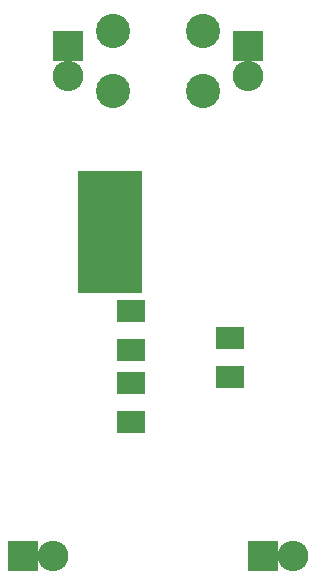
<source format=gbr>
G04 #@! TF.FileFunction,Soldermask,Bot*
%FSLAX46Y46*%
G04 Gerber Fmt 4.6, Leading zero omitted, Abs format (unit mm)*
G04 Created by KiCad (PCBNEW 4.0.6) date 12/04/17 20:40:56*
%MOMM*%
%LPD*%
G01*
G04 APERTURE LIST*
%ADD10C,0.050000*%
%ADD11R,2.432000X1.924000*%
%ADD12R,5.400000X10.400000*%
%ADD13C,2.900000*%
%ADD14R,2.600000X2.600000*%
%ADD15O,2.600000X2.600000*%
G04 APERTURE END LIST*
D10*
D11*
X136144000Y-85217000D03*
X136144000Y-81915000D03*
X136144000Y-79121000D03*
X136144000Y-75819000D03*
X144526000Y-78105000D03*
X144526000Y-81407000D03*
D12*
X134370000Y-69090000D03*
D13*
X142240000Y-52070000D03*
X134620000Y-52070000D03*
X134620000Y-57150000D03*
X142240000Y-57150000D03*
D14*
X147320000Y-96520000D03*
D15*
X149860000Y-96520000D03*
D14*
X127000000Y-96520000D03*
D15*
X129540000Y-96520000D03*
D14*
X146050000Y-53340000D03*
D15*
X146050000Y-55880000D03*
D14*
X130810000Y-53340000D03*
D15*
X130810000Y-55880000D03*
M02*

</source>
